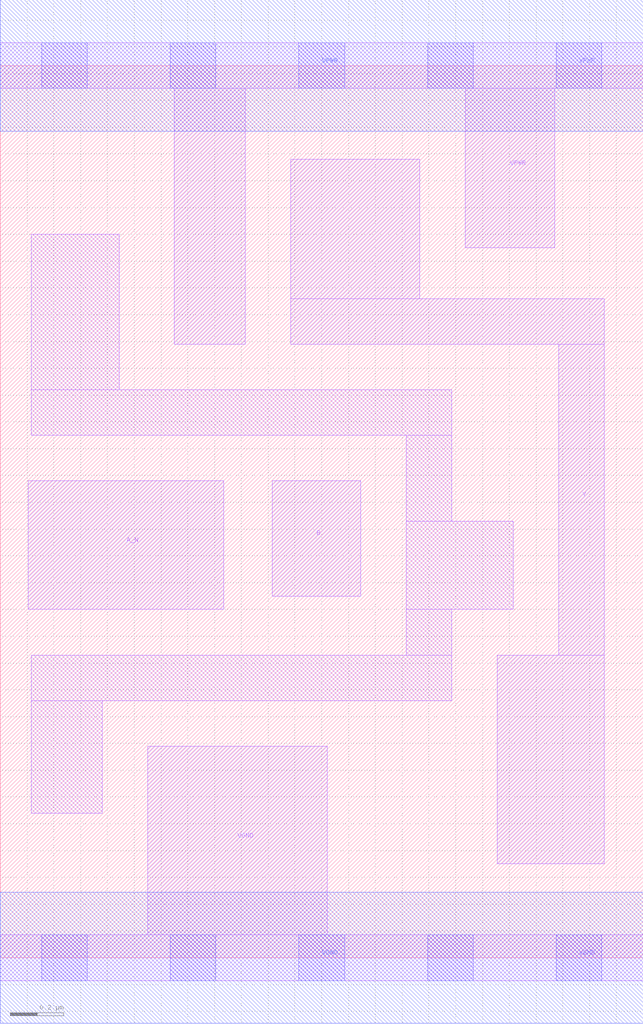
<source format=lef>
# Copyright 2020 The SkyWater PDK Authors
#
# Licensed under the Apache License, Version 2.0 (the "License");
# you may not use this file except in compliance with the License.
# You may obtain a copy of the License at
#
#     https://www.apache.org/licenses/LICENSE-2.0
#
# Unless required by applicable law or agreed to in writing, software
# distributed under the License is distributed on an "AS IS" BASIS,
# WITHOUT WARRANTIES OR CONDITIONS OF ANY KIND, either express or implied.
# See the License for the specific language governing permissions and
# limitations under the License.
#
# SPDX-License-Identifier: Apache-2.0

VERSION 5.7 ;
  NAMESCASESENSITIVE ON ;
  NOWIREEXTENSIONATPIN ON ;
  DIVIDERCHAR "/" ;
  BUSBITCHARS "[]" ;
UNITS
  DATABASE MICRONS 200 ;
END UNITS
MACRO sky130_fd_sc_ms__nand2b_1
  CLASS CORE ;
  SOURCE USER ;
  FOREIGN sky130_fd_sc_ms__nand2b_1 ;
  ORIGIN  0.000000  0.000000 ;
  SIZE  2.400000 BY  3.330000 ;
  SYMMETRY X Y ;
  SITE unit ;
  PIN A_N
    ANTENNAGATEAREA  0.233700 ;
    DIRECTION INPUT ;
    USE SIGNAL ;
    PORT
      LAYER li1 ;
        RECT 0.105000 1.300000 0.835000 1.780000 ;
    END
  END A_N
  PIN B
    ANTENNAGATEAREA  0.312600 ;
    DIRECTION INPUT ;
    USE SIGNAL ;
    PORT
      LAYER li1 ;
        RECT 1.015000 1.350000 1.345000 1.780000 ;
    END
  END B
  PIN Y
    ANTENNADIFFAREA  0.676600 ;
    DIRECTION OUTPUT ;
    USE SIGNAL ;
    PORT
      LAYER li1 ;
        RECT 1.085000 2.290000 2.255000 2.460000 ;
        RECT 1.085000 2.460000 1.565000 2.980000 ;
        RECT 1.855000 0.350000 2.255000 1.130000 ;
        RECT 2.085000 1.130000 2.255000 2.290000 ;
    END
  END Y
  PIN VGND
    DIRECTION INOUT ;
    USE GROUND ;
    PORT
      LAYER li1 ;
        RECT 0.000000 -0.085000 2.400000 0.085000 ;
        RECT 0.550000  0.085000 1.220000 0.790000 ;
      LAYER mcon ;
        RECT 0.155000 -0.085000 0.325000 0.085000 ;
        RECT 0.635000 -0.085000 0.805000 0.085000 ;
        RECT 1.115000 -0.085000 1.285000 0.085000 ;
        RECT 1.595000 -0.085000 1.765000 0.085000 ;
        RECT 2.075000 -0.085000 2.245000 0.085000 ;
      LAYER met1 ;
        RECT 0.000000 -0.245000 2.400000 0.245000 ;
    END
  END VGND
  PIN VPWR
    DIRECTION INOUT ;
    USE POWER ;
    PORT
      LAYER li1 ;
        RECT 0.000000 3.245000 2.400000 3.415000 ;
        RECT 0.650000 2.290000 0.915000 3.245000 ;
        RECT 1.735000 2.650000 2.070000 3.245000 ;
      LAYER mcon ;
        RECT 0.155000 3.245000 0.325000 3.415000 ;
        RECT 0.635000 3.245000 0.805000 3.415000 ;
        RECT 1.115000 3.245000 1.285000 3.415000 ;
        RECT 1.595000 3.245000 1.765000 3.415000 ;
        RECT 2.075000 3.245000 2.245000 3.415000 ;
      LAYER met1 ;
        RECT 0.000000 3.085000 2.400000 3.575000 ;
    END
  END VPWR
  OBS
    LAYER li1 ;
      RECT 0.115000 0.540000 0.380000 0.960000 ;
      RECT 0.115000 0.960000 1.685000 1.130000 ;
      RECT 0.115000 1.950000 1.685000 2.120000 ;
      RECT 0.115000 2.120000 0.445000 2.700000 ;
      RECT 1.515000 1.130000 1.685000 1.300000 ;
      RECT 1.515000 1.300000 1.915000 1.630000 ;
      RECT 1.515000 1.630000 1.685000 1.950000 ;
  END
END sky130_fd_sc_ms__nand2b_1

</source>
